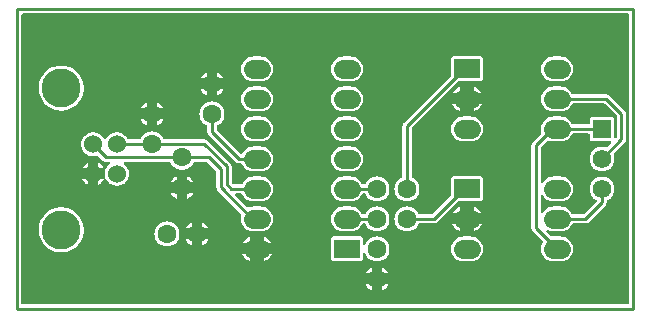
<source format=gbr>
G04 Layer: TopLayer*
G04 EasyEDA v6.4.31, 2022-01-30 11:41:32*
G04 57c3575010554ef89b770c7f971d9fae,8da0b385d4f3487c845ab04df2d2fc66,10*
G04 Gerber Generator version 0.2*
G04 Scale: 100 percent, Rotated: No, Reflected: No *
G04 Dimensions in millimeters *
G04 leading zeros omitted , absolute positions ,4 integer and 5 decimal *
%FSLAX45Y45*%
%MOMM*%

%ADD10C,0.2540*%
%ADD11C,1.6000*%
%ADD12C,1.5748*%
%ADD13R,1.5748X1.5748*%
%ADD14R,2.2000X1.6000*%
%ADD15C,1.5240*%
%ADD16C,3.3000*%

%LPD*%
G36*
X48260Y38100D02*
G01*
X44348Y38862D01*
X41097Y41097D01*
X38862Y44348D01*
X38100Y48260D01*
X38100Y2491740D01*
X38862Y2495651D01*
X41097Y2498902D01*
X44348Y2501138D01*
X48260Y2501900D01*
X5171440Y2501900D01*
X5175351Y2501138D01*
X5178602Y2498902D01*
X5180838Y2495651D01*
X5181600Y2491740D01*
X5181600Y48260D01*
X5180838Y44348D01*
X5178602Y41097D01*
X5175351Y38862D01*
X5171440Y38100D01*
G37*

%LPC*%
G36*
X3094329Y159054D02*
G01*
X3100933Y162306D01*
X3112465Y169976D01*
X3122879Y179120D01*
X3132023Y189534D01*
X3139694Y201066D01*
X3142945Y207670D01*
X3094329Y207670D01*
G37*
G36*
X3001670Y159054D02*
G01*
X3001670Y207670D01*
X2953054Y207670D01*
X2956306Y201066D01*
X2963976Y189534D01*
X2973120Y179120D01*
X2983534Y169976D01*
X2995066Y162306D01*
G37*
G36*
X2953054Y300329D02*
G01*
X3001670Y300329D01*
X3001670Y348945D01*
X2995066Y345694D01*
X2983534Y338023D01*
X2973120Y328879D01*
X2963976Y318465D01*
X2956306Y306933D01*
G37*
G36*
X3094329Y300329D02*
G01*
X3142945Y300329D01*
X3139694Y306933D01*
X3132023Y318465D01*
X3122879Y328879D01*
X3112465Y338023D01*
X3100933Y345694D01*
X3094329Y348945D01*
G37*
G36*
X3780332Y402082D02*
G01*
X3839667Y402082D01*
X3853840Y402996D01*
X3867404Y405739D01*
X3880510Y410159D01*
X3892956Y416306D01*
X3904437Y423976D01*
X3914851Y433120D01*
X3923995Y443534D01*
X3931716Y455066D01*
X3937812Y467461D01*
X3942283Y480618D01*
X3944975Y494182D01*
X3945890Y508000D01*
X3944975Y521817D01*
X3942283Y535381D01*
X3937812Y548538D01*
X3931716Y560933D01*
X3923995Y572465D01*
X3914851Y582879D01*
X3904437Y592023D01*
X3892956Y599694D01*
X3880510Y605840D01*
X3867404Y610260D01*
X3853840Y613003D01*
X3839667Y613918D01*
X3780332Y613918D01*
X3766159Y613003D01*
X3752596Y610260D01*
X3739489Y605840D01*
X3727043Y599694D01*
X3715562Y592023D01*
X3705148Y582879D01*
X3696004Y572465D01*
X3688283Y560933D01*
X3682187Y548538D01*
X3677716Y535381D01*
X3675024Y521817D01*
X3674110Y508000D01*
X3675024Y494182D01*
X3677716Y480618D01*
X3682187Y467461D01*
X3688283Y455066D01*
X3696004Y443534D01*
X3705148Y433120D01*
X3715562Y423976D01*
X3727043Y416306D01*
X3739489Y410159D01*
X3752596Y405739D01*
X3766159Y402996D01*
G37*
G36*
X2684576Y402082D02*
G01*
X2903423Y402082D01*
X2909773Y402793D01*
X2915208Y404723D01*
X2920136Y407771D01*
X2924200Y411886D01*
X2927299Y416763D01*
X2929178Y422249D01*
X2929890Y428548D01*
X2929890Y465632D01*
X2930702Y469595D01*
X2933039Y472948D01*
X2936443Y475132D01*
X2940456Y475792D01*
X2944368Y474827D01*
X2947619Y472389D01*
X2956306Y455066D01*
X2963976Y443534D01*
X2973120Y433120D01*
X2983534Y423976D01*
X2995066Y416306D01*
X3007461Y410159D01*
X3020618Y405739D01*
X3034182Y402996D01*
X3048000Y402132D01*
X3061817Y402996D01*
X3075381Y405739D01*
X3088538Y410159D01*
X3100933Y416306D01*
X3112465Y423976D01*
X3122879Y433120D01*
X3132023Y443534D01*
X3139694Y455066D01*
X3145840Y467461D01*
X3150260Y480618D01*
X3153003Y494182D01*
X3153867Y508000D01*
X3153003Y521817D01*
X3150260Y535381D01*
X3145840Y548538D01*
X3139694Y560933D01*
X3132023Y572465D01*
X3122879Y582879D01*
X3112465Y592023D01*
X3100933Y599694D01*
X3088538Y605840D01*
X3075381Y610260D01*
X3061817Y613003D01*
X3048000Y613867D01*
X3034182Y613003D01*
X3020618Y610260D01*
X3007461Y605840D01*
X2995066Y599694D01*
X2983534Y592023D01*
X2973120Y582879D01*
X2963976Y572465D01*
X2956306Y560933D01*
X2947619Y543610D01*
X2944368Y541172D01*
X2940456Y540207D01*
X2936443Y540867D01*
X2933039Y543052D01*
X2930702Y546404D01*
X2929890Y550367D01*
X2929890Y587451D01*
X2929178Y593750D01*
X2927299Y599236D01*
X2924200Y604113D01*
X2920136Y608228D01*
X2915208Y611276D01*
X2909773Y613206D01*
X2903423Y613918D01*
X2684576Y613918D01*
X2678226Y613206D01*
X2672791Y611276D01*
X2667863Y608228D01*
X2663799Y604113D01*
X2660700Y599236D01*
X2658821Y593750D01*
X2658110Y587451D01*
X2658110Y428548D01*
X2658821Y422249D01*
X2660700Y416763D01*
X2663799Y411886D01*
X2667863Y407771D01*
X2672791Y404723D01*
X2678226Y402793D01*
G37*
G36*
X4542332Y402082D02*
G01*
X4601667Y402082D01*
X4615840Y402996D01*
X4629404Y405739D01*
X4642510Y410159D01*
X4654956Y416306D01*
X4666437Y423976D01*
X4676851Y433120D01*
X4685995Y443534D01*
X4693716Y455066D01*
X4699812Y467461D01*
X4704283Y480618D01*
X4706975Y494182D01*
X4707890Y508000D01*
X4706975Y521817D01*
X4704283Y535381D01*
X4699812Y548538D01*
X4693716Y560933D01*
X4685995Y572465D01*
X4676851Y582879D01*
X4666437Y592023D01*
X4654956Y599694D01*
X4642510Y605840D01*
X4629404Y610260D01*
X4615840Y613003D01*
X4601667Y613918D01*
X4542332Y613918D01*
X4524705Y612851D01*
X4521555Y613816D01*
X4518863Y615746D01*
X4483709Y650849D01*
X4481474Y654253D01*
X4480763Y658266D01*
X4481626Y662228D01*
X4484014Y665480D01*
X4487468Y667613D01*
X4491482Y668223D01*
X4495393Y667156D01*
X4501489Y664159D01*
X4514596Y659739D01*
X4528159Y656996D01*
X4542332Y656082D01*
X4601667Y656082D01*
X4615840Y656996D01*
X4629404Y659739D01*
X4642510Y664159D01*
X4654956Y670306D01*
X4666437Y677976D01*
X4676851Y687120D01*
X4685995Y697534D01*
X4693716Y709066D01*
X4697984Y717702D01*
X4700219Y720699D01*
X4703419Y722680D01*
X4707077Y723392D01*
X4812792Y723392D01*
X4820818Y724204D01*
X4828032Y726389D01*
X4834737Y729945D01*
X4840935Y735076D01*
X4979924Y874064D01*
X4985054Y880262D01*
X4988610Y886968D01*
X4990795Y894181D01*
X4991608Y902208D01*
X4991608Y912317D01*
X4992319Y915974D01*
X4994300Y919175D01*
X4997297Y921410D01*
X5005324Y925372D01*
X5016703Y932992D01*
X5026964Y942035D01*
X5036007Y952296D01*
X5043627Y963676D01*
X5049672Y975969D01*
X5054041Y988923D01*
X5056733Y1002334D01*
X5057648Y1016000D01*
X5056733Y1029665D01*
X5054041Y1043076D01*
X5049672Y1056030D01*
X5043627Y1068324D01*
X5036007Y1079703D01*
X5026964Y1089964D01*
X5016703Y1099007D01*
X5005324Y1106627D01*
X4993030Y1112672D01*
X4980076Y1117041D01*
X4966665Y1119733D01*
X4953000Y1120648D01*
X4939334Y1119733D01*
X4925923Y1117041D01*
X4912969Y1112672D01*
X4900676Y1106627D01*
X4889296Y1099007D01*
X4879035Y1089964D01*
X4869992Y1079703D01*
X4862372Y1068324D01*
X4856327Y1056030D01*
X4851958Y1043076D01*
X4849266Y1029665D01*
X4848352Y1016000D01*
X4849266Y1002334D01*
X4851958Y988923D01*
X4856327Y975969D01*
X4862372Y963676D01*
X4869992Y952296D01*
X4879035Y942035D01*
X4889296Y932992D01*
X4900676Y925372D01*
X4902301Y924610D01*
X4905349Y922274D01*
X4907330Y918971D01*
X4907991Y915212D01*
X4907127Y911453D01*
X4904994Y908303D01*
X4800295Y803605D01*
X4796993Y801370D01*
X4793081Y800608D01*
X4707077Y800608D01*
X4703419Y801319D01*
X4700219Y803300D01*
X4697984Y806297D01*
X4693716Y814933D01*
X4685995Y826465D01*
X4676851Y836879D01*
X4666437Y846023D01*
X4654956Y853694D01*
X4642510Y859840D01*
X4629404Y864260D01*
X4615840Y867003D01*
X4601667Y867918D01*
X4542332Y867918D01*
X4528159Y867003D01*
X4514596Y864260D01*
X4501489Y859840D01*
X4489043Y853694D01*
X4477562Y846023D01*
X4467148Y836879D01*
X4458004Y826465D01*
X4451400Y816610D01*
X4448352Y813612D01*
X4444288Y812190D01*
X4440021Y812546D01*
X4436262Y814628D01*
X4433722Y818083D01*
X4432808Y822248D01*
X4432808Y955751D01*
X4433722Y959916D01*
X4436262Y963371D01*
X4440021Y965453D01*
X4444288Y965809D01*
X4448352Y964387D01*
X4451400Y961390D01*
X4458004Y951534D01*
X4467148Y941120D01*
X4477562Y931976D01*
X4489043Y924306D01*
X4501489Y918159D01*
X4514596Y913739D01*
X4528159Y910996D01*
X4542332Y910082D01*
X4601667Y910082D01*
X4615840Y910996D01*
X4629404Y913739D01*
X4642510Y918159D01*
X4654956Y924306D01*
X4666437Y931976D01*
X4676851Y941120D01*
X4685995Y951534D01*
X4693716Y963066D01*
X4699812Y975461D01*
X4704283Y988618D01*
X4706975Y1002182D01*
X4707890Y1016000D01*
X4706975Y1029817D01*
X4704283Y1043381D01*
X4699812Y1056538D01*
X4693716Y1068933D01*
X4685995Y1080465D01*
X4676851Y1090879D01*
X4666437Y1100023D01*
X4654956Y1107694D01*
X4642510Y1113840D01*
X4629404Y1118260D01*
X4615840Y1121003D01*
X4601667Y1121918D01*
X4542332Y1121918D01*
X4528159Y1121003D01*
X4514596Y1118260D01*
X4501489Y1113840D01*
X4489043Y1107694D01*
X4477562Y1100023D01*
X4467148Y1090879D01*
X4458004Y1080465D01*
X4451400Y1070610D01*
X4448352Y1067612D01*
X4444288Y1066190D01*
X4440021Y1066546D01*
X4436262Y1068628D01*
X4433722Y1072083D01*
X4432808Y1076248D01*
X4432808Y1364081D01*
X4433570Y1367993D01*
X4435805Y1371295D01*
X4489094Y1424584D01*
X4492599Y1426870D01*
X4496714Y1427581D01*
X4501489Y1426159D01*
X4514596Y1421739D01*
X4528159Y1418996D01*
X4542332Y1418082D01*
X4601667Y1418082D01*
X4615840Y1418996D01*
X4629404Y1421739D01*
X4642510Y1426159D01*
X4654956Y1432306D01*
X4666437Y1439976D01*
X4676851Y1449120D01*
X4685995Y1459534D01*
X4693716Y1471066D01*
X4697984Y1479702D01*
X4700219Y1482699D01*
X4703419Y1484680D01*
X4707077Y1485392D01*
X4838192Y1485392D01*
X4842103Y1484630D01*
X4845354Y1482394D01*
X4847590Y1479143D01*
X4848352Y1475232D01*
X4848352Y1445818D01*
X4849063Y1439519D01*
X4850993Y1434033D01*
X4854041Y1429156D01*
X4858156Y1425041D01*
X4863033Y1421993D01*
X4868519Y1420063D01*
X4874818Y1419352D01*
X5023205Y1419352D01*
X5027117Y1418590D01*
X5030419Y1416354D01*
X5032603Y1413103D01*
X5033365Y1409192D01*
X5032603Y1405280D01*
X5030419Y1402029D01*
X4999024Y1370634D01*
X4995926Y1368501D01*
X4992268Y1367637D01*
X4988560Y1368196D01*
X4980076Y1371041D01*
X4966665Y1373733D01*
X4953000Y1374648D01*
X4939334Y1373733D01*
X4925923Y1371041D01*
X4912969Y1366672D01*
X4900676Y1360627D01*
X4889296Y1353007D01*
X4879035Y1343964D01*
X4869992Y1333703D01*
X4862372Y1322324D01*
X4856327Y1310030D01*
X4851958Y1297076D01*
X4849266Y1283665D01*
X4848352Y1270000D01*
X4849266Y1256334D01*
X4851958Y1242923D01*
X4856327Y1229969D01*
X4862372Y1217676D01*
X4869992Y1206296D01*
X4879035Y1196035D01*
X4889296Y1186992D01*
X4900676Y1179372D01*
X4912969Y1173327D01*
X4925923Y1168958D01*
X4939334Y1166266D01*
X4953000Y1165352D01*
X4966665Y1166266D01*
X4980076Y1168958D01*
X4993030Y1173327D01*
X5005324Y1179372D01*
X5016703Y1186992D01*
X5026964Y1196035D01*
X5036007Y1206296D01*
X5043627Y1217676D01*
X5049672Y1229969D01*
X5054041Y1242923D01*
X5056733Y1256334D01*
X5057648Y1270000D01*
X5056733Y1283665D01*
X5054041Y1297076D01*
X5051196Y1305560D01*
X5050637Y1309268D01*
X5051501Y1312926D01*
X5053634Y1316024D01*
X5145024Y1407464D01*
X5150154Y1413662D01*
X5153710Y1420368D01*
X5155895Y1427581D01*
X5156708Y1435608D01*
X5156708Y1650492D01*
X5155895Y1658518D01*
X5153710Y1665732D01*
X5150154Y1672437D01*
X5145024Y1678635D01*
X5018735Y1804924D01*
X5012537Y1810054D01*
X5005832Y1813610D01*
X4998618Y1815795D01*
X4990592Y1816607D01*
X4707077Y1816607D01*
X4703419Y1817319D01*
X4700219Y1819300D01*
X4697984Y1822297D01*
X4693716Y1830933D01*
X4685995Y1842465D01*
X4676851Y1852879D01*
X4666437Y1862023D01*
X4654956Y1869693D01*
X4642510Y1875840D01*
X4629404Y1880260D01*
X4615840Y1883003D01*
X4601667Y1883918D01*
X4542332Y1883918D01*
X4528159Y1883003D01*
X4514596Y1880260D01*
X4501489Y1875840D01*
X4489043Y1869693D01*
X4477562Y1862023D01*
X4467148Y1852879D01*
X4458004Y1842465D01*
X4450283Y1830933D01*
X4444187Y1818538D01*
X4439716Y1805381D01*
X4437024Y1791817D01*
X4436110Y1778000D01*
X4437024Y1764182D01*
X4439716Y1750618D01*
X4444187Y1737461D01*
X4450283Y1725066D01*
X4458004Y1713534D01*
X4467148Y1703120D01*
X4477562Y1693976D01*
X4489043Y1686306D01*
X4501489Y1680159D01*
X4514596Y1675739D01*
X4528159Y1672996D01*
X4542332Y1672082D01*
X4601667Y1672082D01*
X4615840Y1672996D01*
X4629404Y1675739D01*
X4642510Y1680159D01*
X4654956Y1686306D01*
X4666437Y1693976D01*
X4676851Y1703120D01*
X4685995Y1713534D01*
X4693716Y1725066D01*
X4697984Y1733702D01*
X4700219Y1736699D01*
X4703419Y1738680D01*
X4707077Y1739392D01*
X4970881Y1739392D01*
X4974793Y1738630D01*
X4978095Y1736394D01*
X5076494Y1637995D01*
X5078730Y1634693D01*
X5079492Y1630781D01*
X5079492Y1455318D01*
X5078730Y1451406D01*
X5076494Y1448104D01*
X5074970Y1446580D01*
X5071719Y1444396D01*
X5067808Y1443634D01*
X5063896Y1444396D01*
X5060645Y1446580D01*
X5058410Y1449882D01*
X5057648Y1453794D01*
X5057648Y1602181D01*
X5056936Y1608480D01*
X5055006Y1613966D01*
X5051958Y1618843D01*
X5047843Y1622958D01*
X5042966Y1626006D01*
X5037480Y1627936D01*
X5031181Y1628648D01*
X4874818Y1628648D01*
X4868519Y1627936D01*
X4863033Y1626006D01*
X4858156Y1622958D01*
X4854041Y1618843D01*
X4850993Y1613966D01*
X4849063Y1608480D01*
X4848352Y1602181D01*
X4848352Y1572768D01*
X4847590Y1568856D01*
X4845354Y1565605D01*
X4842103Y1563370D01*
X4838192Y1562608D01*
X4707077Y1562608D01*
X4703419Y1563319D01*
X4700219Y1565300D01*
X4697984Y1568297D01*
X4693716Y1576933D01*
X4685995Y1588465D01*
X4676851Y1598879D01*
X4666437Y1608023D01*
X4654956Y1615694D01*
X4642510Y1621840D01*
X4629404Y1626260D01*
X4615840Y1629003D01*
X4601667Y1629918D01*
X4542332Y1629918D01*
X4528159Y1629003D01*
X4514596Y1626260D01*
X4501489Y1621840D01*
X4489043Y1615694D01*
X4477562Y1608023D01*
X4467148Y1598879D01*
X4458004Y1588465D01*
X4450283Y1576933D01*
X4444187Y1564538D01*
X4439716Y1551381D01*
X4437024Y1537817D01*
X4436110Y1524000D01*
X4437024Y1510182D01*
X4439716Y1496618D01*
X4440783Y1493469D01*
X4441291Y1489760D01*
X4440478Y1486154D01*
X4438345Y1483055D01*
X4367276Y1411935D01*
X4362145Y1405737D01*
X4358589Y1399032D01*
X4356404Y1391818D01*
X4355592Y1383792D01*
X4355592Y686308D01*
X4356404Y678281D01*
X4358589Y671068D01*
X4362145Y664362D01*
X4367276Y658164D01*
X4450080Y575310D01*
X4452061Y572465D01*
X4453026Y569112D01*
X4452721Y565658D01*
X4444187Y548538D01*
X4439716Y535381D01*
X4437024Y521817D01*
X4436110Y508000D01*
X4437024Y494182D01*
X4439716Y480618D01*
X4444187Y467461D01*
X4450283Y455066D01*
X4458004Y443534D01*
X4467148Y433120D01*
X4477562Y423976D01*
X4489043Y416306D01*
X4501489Y410159D01*
X4514596Y405739D01*
X4528159Y402996D01*
G37*
G36*
X1970633Y407060D02*
G01*
X1970633Y461670D01*
X1907032Y461670D01*
X1910283Y455066D01*
X1918004Y443534D01*
X1927148Y433120D01*
X1937562Y423976D01*
X1949043Y416306D01*
X1961489Y410159D01*
G37*
G36*
X2093366Y407060D02*
G01*
X2102510Y410159D01*
X2114956Y416306D01*
X2126437Y423976D01*
X2136851Y433120D01*
X2145995Y443534D01*
X2153716Y455066D01*
X2156968Y461670D01*
X2093366Y461670D01*
G37*
G36*
X364591Y479348D02*
G01*
X383590Y479348D01*
X402539Y481228D01*
X421182Y485038D01*
X439369Y490626D01*
X456946Y498043D01*
X473659Y507136D01*
X489356Y517855D01*
X503935Y530098D01*
X517245Y543712D01*
X529082Y558596D01*
X539394Y574548D01*
X548081Y591515D01*
X555040Y609193D01*
X560222Y627532D01*
X563524Y646277D01*
X564946Y665226D01*
X564438Y684276D01*
X562102Y703173D01*
X557834Y721715D01*
X551789Y739749D01*
X543966Y757072D01*
X534466Y773582D01*
X523341Y789025D01*
X510743Y803300D01*
X496824Y816254D01*
X481634Y827735D01*
X465378Y837641D01*
X448259Y845921D01*
X430377Y852424D01*
X411937Y857097D01*
X393090Y859942D01*
X374091Y860907D01*
X355092Y859942D01*
X336296Y857097D01*
X317804Y852424D01*
X299923Y845921D01*
X282803Y837641D01*
X266547Y827735D01*
X251409Y816254D01*
X237439Y803300D01*
X224840Y789025D01*
X213715Y773582D01*
X204216Y757072D01*
X196392Y739749D01*
X190347Y721715D01*
X186080Y703173D01*
X183743Y684276D01*
X183235Y665226D01*
X184658Y646277D01*
X188010Y627532D01*
X193141Y609193D01*
X200101Y591515D01*
X208788Y574548D01*
X219100Y558596D01*
X230987Y543712D01*
X244246Y530098D01*
X258825Y517855D01*
X274574Y507136D01*
X291287Y498043D01*
X308813Y490626D01*
X326999Y485038D01*
X345643Y481228D01*
G37*
G36*
X1270000Y529132D02*
G01*
X1283817Y529996D01*
X1297381Y532739D01*
X1310538Y537159D01*
X1322933Y543306D01*
X1334465Y550976D01*
X1344879Y560120D01*
X1354023Y570534D01*
X1361694Y582066D01*
X1367840Y594461D01*
X1372260Y607618D01*
X1375003Y621182D01*
X1375867Y635000D01*
X1375003Y648817D01*
X1372260Y662381D01*
X1367840Y675538D01*
X1361694Y687933D01*
X1354023Y699465D01*
X1344879Y709879D01*
X1334465Y719023D01*
X1322933Y726694D01*
X1310538Y732840D01*
X1297381Y737260D01*
X1283817Y740003D01*
X1270000Y740867D01*
X1256182Y740003D01*
X1242618Y737260D01*
X1229461Y732840D01*
X1217066Y726694D01*
X1205534Y719023D01*
X1195120Y709879D01*
X1185976Y699465D01*
X1178306Y687933D01*
X1172159Y675538D01*
X1167739Y662381D01*
X1164996Y648817D01*
X1164132Y635000D01*
X1164996Y621182D01*
X1167739Y607618D01*
X1172159Y594461D01*
X1178306Y582066D01*
X1185976Y570534D01*
X1195120Y560120D01*
X1205534Y550976D01*
X1217066Y543306D01*
X1229461Y537159D01*
X1242618Y532739D01*
X1256182Y529996D01*
G37*
G36*
X1477670Y540054D02*
G01*
X1477670Y588670D01*
X1429054Y588670D01*
X1432306Y582066D01*
X1439976Y570534D01*
X1449120Y560120D01*
X1459534Y550976D01*
X1471066Y543306D01*
G37*
G36*
X1570329Y540054D02*
G01*
X1576933Y543306D01*
X1588465Y550976D01*
X1598879Y560120D01*
X1608023Y570534D01*
X1615694Y582066D01*
X1618945Y588670D01*
X1570329Y588670D01*
G37*
G36*
X1907032Y554329D02*
G01*
X1970633Y554329D01*
X1970633Y608939D01*
X1961489Y605840D01*
X1949043Y599694D01*
X1937562Y592023D01*
X1927148Y582879D01*
X1918004Y572465D01*
X1910283Y560933D01*
G37*
G36*
X2093366Y554329D02*
G01*
X2156968Y554329D01*
X2153716Y560933D01*
X2145995Y572465D01*
X2136851Y582879D01*
X2126437Y592023D01*
X2114956Y599694D01*
X2102510Y605840D01*
X2093366Y608939D01*
G37*
G36*
X2764332Y656082D02*
G01*
X2823667Y656082D01*
X2837840Y656996D01*
X2851404Y659739D01*
X2864510Y664159D01*
X2876956Y670306D01*
X2888437Y677976D01*
X2898851Y687120D01*
X2907995Y697534D01*
X2915716Y709066D01*
X2919984Y717702D01*
X2922219Y720699D01*
X2925419Y722680D01*
X2929077Y723392D01*
X2942894Y723392D01*
X2946603Y722680D01*
X2949752Y720699D01*
X2952038Y717702D01*
X2956306Y709066D01*
X2963976Y697534D01*
X2973120Y687120D01*
X2983534Y677976D01*
X2995066Y670306D01*
X3007461Y664159D01*
X3020618Y659739D01*
X3034182Y656996D01*
X3048000Y656132D01*
X3061817Y656996D01*
X3075381Y659739D01*
X3088538Y664159D01*
X3100933Y670306D01*
X3112465Y677976D01*
X3122879Y687120D01*
X3132023Y697534D01*
X3139694Y709066D01*
X3145840Y721461D01*
X3150260Y734618D01*
X3153003Y748182D01*
X3153867Y762000D01*
X3153003Y775817D01*
X3150260Y789381D01*
X3145840Y802538D01*
X3139694Y814933D01*
X3132023Y826465D01*
X3122879Y836879D01*
X3112465Y846023D01*
X3100933Y853694D01*
X3088538Y859840D01*
X3075381Y864260D01*
X3061817Y867003D01*
X3048000Y867867D01*
X3034182Y867003D01*
X3020618Y864260D01*
X3007461Y859840D01*
X2995066Y853694D01*
X2983534Y846023D01*
X2973120Y836879D01*
X2963976Y826465D01*
X2956306Y814933D01*
X2952038Y806297D01*
X2949752Y803300D01*
X2946603Y801319D01*
X2942894Y800608D01*
X2929077Y800608D01*
X2925419Y801319D01*
X2922219Y803300D01*
X2919984Y806297D01*
X2915716Y814933D01*
X2907995Y826465D01*
X2898851Y836879D01*
X2888437Y846023D01*
X2876956Y853694D01*
X2864510Y859840D01*
X2851404Y864260D01*
X2837840Y867003D01*
X2823667Y867918D01*
X2764332Y867918D01*
X2750159Y867003D01*
X2736596Y864260D01*
X2723489Y859840D01*
X2711043Y853694D01*
X2699562Y846023D01*
X2689148Y836879D01*
X2680004Y826465D01*
X2672283Y814933D01*
X2666187Y802538D01*
X2661716Y789381D01*
X2659024Y775817D01*
X2658110Y762000D01*
X2659024Y748182D01*
X2661716Y734618D01*
X2666187Y721461D01*
X2672283Y709066D01*
X2680004Y697534D01*
X2689148Y687120D01*
X2699562Y677976D01*
X2711043Y670306D01*
X2723489Y664159D01*
X2736596Y659739D01*
X2750159Y656996D01*
G37*
G36*
X2002332Y656082D02*
G01*
X2061667Y656082D01*
X2075840Y656996D01*
X2089404Y659739D01*
X2102510Y664159D01*
X2114956Y670306D01*
X2126437Y677976D01*
X2136851Y687120D01*
X2145995Y697534D01*
X2153716Y709066D01*
X2159812Y721461D01*
X2164283Y734618D01*
X2166975Y748182D01*
X2167890Y762000D01*
X2166975Y775817D01*
X2164283Y789381D01*
X2159812Y802538D01*
X2153716Y814933D01*
X2145995Y826465D01*
X2136851Y836879D01*
X2126437Y846023D01*
X2114956Y853694D01*
X2102510Y859840D01*
X2089404Y864260D01*
X2075840Y867003D01*
X2061667Y867918D01*
X2002332Y867918D01*
X1988159Y867003D01*
X1974596Y864260D01*
X1961489Y859840D01*
X1956714Y858418D01*
X1952599Y859129D01*
X1949094Y861415D01*
X1850440Y960069D01*
X1848256Y963320D01*
X1847494Y967232D01*
X1848256Y971143D01*
X1850440Y974394D01*
X1853742Y976630D01*
X1857654Y977392D01*
X1896922Y977392D01*
X1900580Y976680D01*
X1903780Y974699D01*
X1906016Y971702D01*
X1910283Y963066D01*
X1918004Y951534D01*
X1927148Y941120D01*
X1937562Y931976D01*
X1949043Y924306D01*
X1961489Y918159D01*
X1974596Y913739D01*
X1988159Y910996D01*
X2002332Y910082D01*
X2061667Y910082D01*
X2075840Y910996D01*
X2089404Y913739D01*
X2102510Y918159D01*
X2114956Y924306D01*
X2126437Y931976D01*
X2136851Y941120D01*
X2145995Y951534D01*
X2153716Y963066D01*
X2159812Y975461D01*
X2164283Y988618D01*
X2166975Y1002182D01*
X2167890Y1016000D01*
X2166975Y1029817D01*
X2164283Y1043381D01*
X2159812Y1056538D01*
X2153716Y1068933D01*
X2145995Y1080465D01*
X2136851Y1090879D01*
X2126437Y1100023D01*
X2114956Y1107694D01*
X2102510Y1113840D01*
X2089404Y1118260D01*
X2075840Y1121003D01*
X2061667Y1121918D01*
X2002332Y1121918D01*
X1988159Y1121003D01*
X1974596Y1118260D01*
X1961489Y1113840D01*
X1949043Y1107694D01*
X1937562Y1100023D01*
X1927148Y1090879D01*
X1918004Y1080465D01*
X1910283Y1068933D01*
X1906016Y1060297D01*
X1903780Y1057300D01*
X1900580Y1055319D01*
X1896922Y1054608D01*
X1836318Y1054608D01*
X1832406Y1055370D01*
X1829104Y1057605D01*
X1819605Y1067104D01*
X1817370Y1070406D01*
X1816607Y1074318D01*
X1816607Y1205992D01*
X1815795Y1214018D01*
X1813610Y1221232D01*
X1810054Y1227937D01*
X1804924Y1234135D01*
X1615135Y1423924D01*
X1608937Y1429054D01*
X1602232Y1432610D01*
X1595018Y1434795D01*
X1586992Y1435608D01*
X1248105Y1435608D01*
X1244396Y1436319D01*
X1241247Y1438300D01*
X1238961Y1441297D01*
X1234694Y1449933D01*
X1227023Y1461465D01*
X1217879Y1471879D01*
X1207465Y1481023D01*
X1195933Y1488694D01*
X1183538Y1494840D01*
X1170381Y1499260D01*
X1156817Y1502003D01*
X1143000Y1502867D01*
X1129182Y1502003D01*
X1115618Y1499260D01*
X1102461Y1494840D01*
X1090066Y1488694D01*
X1078534Y1481023D01*
X1068120Y1471879D01*
X1058976Y1461465D01*
X1051306Y1449933D01*
X1047038Y1441297D01*
X1044752Y1438300D01*
X1041603Y1436319D01*
X1037894Y1435608D01*
X945032Y1435608D01*
X941273Y1436319D01*
X938072Y1438402D01*
X935837Y1441500D01*
X934618Y1444091D01*
X927303Y1455572D01*
X918464Y1465986D01*
X908354Y1475130D01*
X897128Y1482852D01*
X884936Y1488998D01*
X872083Y1493469D01*
X858723Y1496161D01*
X845108Y1497076D01*
X831494Y1496161D01*
X818134Y1493469D01*
X805230Y1488998D01*
X793089Y1482852D01*
X781812Y1475130D01*
X771702Y1465986D01*
X762914Y1455572D01*
X755548Y1444091D01*
X754329Y1441348D01*
X752094Y1438249D01*
X748842Y1436166D01*
X745083Y1435455D01*
X741324Y1436166D01*
X738124Y1438249D01*
X735888Y1441348D01*
X734618Y1444091D01*
X727303Y1455572D01*
X718464Y1465986D01*
X708355Y1475130D01*
X697128Y1482852D01*
X684936Y1488998D01*
X672084Y1493469D01*
X658723Y1496161D01*
X645109Y1497076D01*
X631494Y1496161D01*
X618134Y1493469D01*
X605231Y1488998D01*
X593090Y1482852D01*
X581812Y1475130D01*
X571703Y1465986D01*
X562914Y1455572D01*
X555548Y1444091D01*
X549808Y1431696D01*
X545795Y1418691D01*
X543509Y1405229D01*
X543052Y1391615D01*
X544423Y1378000D01*
X547573Y1364742D01*
X552500Y1352042D01*
X559054Y1340053D01*
X567131Y1329080D01*
X576630Y1319276D01*
X587298Y1310843D01*
X599033Y1303883D01*
X611632Y1298549D01*
X624738Y1294942D01*
X638302Y1293164D01*
X651916Y1293164D01*
X665429Y1294942D01*
X679399Y1298854D01*
X682955Y1299159D01*
X686409Y1298244D01*
X689305Y1296212D01*
X729792Y1255776D01*
X735990Y1250645D01*
X742696Y1247089D01*
X749909Y1244904D01*
X757936Y1244092D01*
X776732Y1244092D01*
X780897Y1243177D01*
X784301Y1240637D01*
X786434Y1236929D01*
X786790Y1232712D01*
X785368Y1228648D01*
X781812Y1225143D01*
X771702Y1215999D01*
X762914Y1205585D01*
X755548Y1194054D01*
X754329Y1191361D01*
X752094Y1188262D01*
X748842Y1186180D01*
X746150Y1185672D01*
X747623Y1183690D01*
X748588Y1180033D01*
X748131Y1176274D01*
X745794Y1168654D01*
X743508Y1155242D01*
X743051Y1141577D01*
X744423Y1128014D01*
X747725Y1114348D01*
X748436Y1110488D01*
X747572Y1106678D01*
X745947Y1104341D01*
X747268Y1104341D01*
X751179Y1102512D01*
X754024Y1099261D01*
X759053Y1090066D01*
X767130Y1079093D01*
X776630Y1069289D01*
X787298Y1060856D01*
X799033Y1053896D01*
X811631Y1048562D01*
X824737Y1044956D01*
X838301Y1043127D01*
X851916Y1043127D01*
X865428Y1044956D01*
X878586Y1048562D01*
X891133Y1053896D01*
X902868Y1060856D01*
X913587Y1069289D01*
X923036Y1079093D01*
X931164Y1090066D01*
X937717Y1102055D01*
X942594Y1114755D01*
X945743Y1128014D01*
X947115Y1141577D01*
X946658Y1155242D01*
X944422Y1168654D01*
X940358Y1181709D01*
X934618Y1194054D01*
X927303Y1205585D01*
X918464Y1215999D01*
X908354Y1225143D01*
X904798Y1228648D01*
X903376Y1232712D01*
X903782Y1236929D01*
X905865Y1240637D01*
X909319Y1243177D01*
X913485Y1244092D01*
X1291894Y1244092D01*
X1295603Y1243380D01*
X1298752Y1241399D01*
X1301038Y1238402D01*
X1305306Y1229766D01*
X1312976Y1218234D01*
X1322120Y1207820D01*
X1332534Y1198676D01*
X1344066Y1191006D01*
X1356461Y1184859D01*
X1369618Y1180439D01*
X1383182Y1177696D01*
X1397000Y1176832D01*
X1410817Y1177696D01*
X1424381Y1180439D01*
X1437538Y1184859D01*
X1449933Y1191006D01*
X1461465Y1198676D01*
X1471879Y1207820D01*
X1481023Y1218234D01*
X1488694Y1229766D01*
X1492961Y1238402D01*
X1495247Y1241399D01*
X1498396Y1243380D01*
X1502105Y1244092D01*
X1605381Y1244092D01*
X1609293Y1243330D01*
X1612595Y1241094D01*
X1685594Y1168095D01*
X1687830Y1164793D01*
X1688592Y1160881D01*
X1688592Y1029208D01*
X1689404Y1021181D01*
X1691589Y1013968D01*
X1695145Y1007262D01*
X1700275Y1001064D01*
X1898345Y802944D01*
X1900478Y799846D01*
X1901291Y796239D01*
X1900783Y792530D01*
X1899716Y789381D01*
X1897024Y775817D01*
X1896110Y762000D01*
X1897024Y748182D01*
X1899716Y734618D01*
X1904187Y721461D01*
X1910283Y709066D01*
X1918004Y697534D01*
X1927148Y687120D01*
X1937562Y677976D01*
X1949043Y670306D01*
X1961489Y664159D01*
X1974596Y659739D01*
X1988159Y656996D01*
G37*
G36*
X3302000Y656132D02*
G01*
X3315817Y656996D01*
X3329381Y659739D01*
X3342538Y664159D01*
X3354933Y670306D01*
X3366465Y677976D01*
X3376879Y687120D01*
X3386023Y697534D01*
X3393694Y709066D01*
X3397961Y717702D01*
X3400247Y720699D01*
X3403396Y722680D01*
X3407105Y723392D01*
X3530092Y723392D01*
X3538118Y724204D01*
X3545332Y726389D01*
X3552037Y729945D01*
X3558235Y735076D01*
X3730294Y907135D01*
X3733596Y909319D01*
X3737508Y910082D01*
X3919423Y910082D01*
X3925773Y910793D01*
X3931208Y912723D01*
X3936136Y915771D01*
X3940200Y919886D01*
X3943299Y924763D01*
X3945178Y930249D01*
X3945890Y936548D01*
X3945890Y1095451D01*
X3945178Y1101750D01*
X3943299Y1107236D01*
X3940200Y1112113D01*
X3936136Y1116228D01*
X3931208Y1119276D01*
X3925773Y1121206D01*
X3919423Y1121918D01*
X3700576Y1121918D01*
X3694226Y1121206D01*
X3688791Y1119276D01*
X3683863Y1116228D01*
X3679799Y1112113D01*
X3676700Y1107236D01*
X3674821Y1101750D01*
X3674110Y1095451D01*
X3674110Y964285D01*
X3673297Y960424D01*
X3671112Y957122D01*
X3517595Y803605D01*
X3514293Y801370D01*
X3510381Y800608D01*
X3407105Y800608D01*
X3403396Y801319D01*
X3400247Y803300D01*
X3397961Y806297D01*
X3393694Y814933D01*
X3386023Y826465D01*
X3376879Y836879D01*
X3366465Y846023D01*
X3354933Y853694D01*
X3342538Y859840D01*
X3329381Y864260D01*
X3315817Y867003D01*
X3302000Y867867D01*
X3288182Y867003D01*
X3274618Y864260D01*
X3261461Y859840D01*
X3249066Y853694D01*
X3237534Y846023D01*
X3227120Y836879D01*
X3217976Y826465D01*
X3210306Y814933D01*
X3204159Y802538D01*
X3199739Y789381D01*
X3196996Y775817D01*
X3196132Y762000D01*
X3196996Y748182D01*
X3199739Y734618D01*
X3204159Y721461D01*
X3210306Y709066D01*
X3217976Y697534D01*
X3227120Y687120D01*
X3237534Y677976D01*
X3249066Y670306D01*
X3261461Y664159D01*
X3274618Y659739D01*
X3288182Y656996D01*
G37*
G36*
X3748633Y661060D02*
G01*
X3748633Y715670D01*
X3685032Y715670D01*
X3688283Y709066D01*
X3696004Y697534D01*
X3705148Y687120D01*
X3715562Y677976D01*
X3727043Y670306D01*
X3739489Y664159D01*
G37*
G36*
X3871366Y661060D02*
G01*
X3880510Y664159D01*
X3892956Y670306D01*
X3904437Y677976D01*
X3914851Y687120D01*
X3923995Y697534D01*
X3931716Y709066D01*
X3934968Y715670D01*
X3871366Y715670D01*
G37*
G36*
X1429054Y681329D02*
G01*
X1477670Y681329D01*
X1477670Y729945D01*
X1471066Y726694D01*
X1459534Y719023D01*
X1449120Y709879D01*
X1439976Y699465D01*
X1432306Y687933D01*
G37*
G36*
X1570329Y681329D02*
G01*
X1618945Y681329D01*
X1615694Y687933D01*
X1608023Y699465D01*
X1598879Y709879D01*
X1588465Y719023D01*
X1576933Y726694D01*
X1570329Y729945D01*
G37*
G36*
X3685032Y808329D02*
G01*
X3748633Y808329D01*
X3748633Y862939D01*
X3739489Y859840D01*
X3727043Y853694D01*
X3715562Y846023D01*
X3705148Y836879D01*
X3696004Y826465D01*
X3688283Y814933D01*
G37*
G36*
X3871366Y808329D02*
G01*
X3934968Y808329D01*
X3931716Y814933D01*
X3923995Y826465D01*
X3914851Y836879D01*
X3904437Y846023D01*
X3892956Y853694D01*
X3880510Y859840D01*
X3871366Y862939D01*
G37*
G36*
X2764332Y910082D02*
G01*
X2823667Y910082D01*
X2837840Y910996D01*
X2851404Y913739D01*
X2864510Y918159D01*
X2876956Y924306D01*
X2888437Y931976D01*
X2898851Y941120D01*
X2907995Y951534D01*
X2915716Y963066D01*
X2919984Y971702D01*
X2922219Y974699D01*
X2925419Y976680D01*
X2929077Y977392D01*
X2942894Y977392D01*
X2946603Y976680D01*
X2949752Y974699D01*
X2952038Y971702D01*
X2956306Y963066D01*
X2963976Y951534D01*
X2973120Y941120D01*
X2983534Y931976D01*
X2995066Y924306D01*
X3007461Y918159D01*
X3020618Y913739D01*
X3034182Y910996D01*
X3048000Y910132D01*
X3061817Y910996D01*
X3075381Y913739D01*
X3088538Y918159D01*
X3100933Y924306D01*
X3112465Y931976D01*
X3122879Y941120D01*
X3132023Y951534D01*
X3139694Y963066D01*
X3145840Y975461D01*
X3150260Y988618D01*
X3153003Y1002182D01*
X3153867Y1016000D01*
X3153003Y1029817D01*
X3150260Y1043381D01*
X3145840Y1056538D01*
X3139694Y1068933D01*
X3132023Y1080465D01*
X3122879Y1090879D01*
X3112465Y1100023D01*
X3100933Y1107694D01*
X3088538Y1113840D01*
X3075381Y1118260D01*
X3061817Y1121003D01*
X3048000Y1121867D01*
X3034182Y1121003D01*
X3020618Y1118260D01*
X3007461Y1113840D01*
X2995066Y1107694D01*
X2983534Y1100023D01*
X2973120Y1090879D01*
X2963976Y1080465D01*
X2956306Y1068933D01*
X2952038Y1060297D01*
X2949752Y1057300D01*
X2946603Y1055319D01*
X2942894Y1054608D01*
X2929077Y1054608D01*
X2925419Y1055319D01*
X2922219Y1057300D01*
X2919984Y1060297D01*
X2915716Y1068933D01*
X2907995Y1080465D01*
X2898851Y1090879D01*
X2888437Y1100023D01*
X2876956Y1107694D01*
X2864510Y1113840D01*
X2851404Y1118260D01*
X2837840Y1121003D01*
X2823667Y1121918D01*
X2764332Y1121918D01*
X2750159Y1121003D01*
X2736596Y1118260D01*
X2723489Y1113840D01*
X2711043Y1107694D01*
X2699562Y1100023D01*
X2689148Y1090879D01*
X2680004Y1080465D01*
X2672283Y1068933D01*
X2666187Y1056538D01*
X2661716Y1043381D01*
X2659024Y1029817D01*
X2658110Y1016000D01*
X2659024Y1002182D01*
X2661716Y988618D01*
X2666187Y975461D01*
X2672283Y963066D01*
X2680004Y951534D01*
X2689148Y941120D01*
X2699562Y931976D01*
X2711043Y924306D01*
X2723489Y918159D01*
X2736596Y913739D01*
X2750159Y910996D01*
G37*
G36*
X3302000Y910132D02*
G01*
X3315817Y910996D01*
X3329381Y913739D01*
X3342538Y918159D01*
X3354933Y924306D01*
X3366465Y931976D01*
X3376879Y941120D01*
X3386023Y951534D01*
X3393694Y963066D01*
X3399840Y975461D01*
X3404260Y988618D01*
X3407003Y1002182D01*
X3407867Y1016000D01*
X3407003Y1029817D01*
X3404260Y1043381D01*
X3399840Y1056538D01*
X3393694Y1068933D01*
X3386023Y1080465D01*
X3376879Y1090879D01*
X3366465Y1100023D01*
X3354933Y1107694D01*
X3346297Y1111961D01*
X3343300Y1114247D01*
X3341319Y1117396D01*
X3340608Y1121105D01*
X3340608Y1529181D01*
X3341370Y1533093D01*
X3343605Y1536395D01*
X3730294Y1923135D01*
X3733596Y1925320D01*
X3737508Y1926082D01*
X3919423Y1926082D01*
X3925773Y1926793D01*
X3931208Y1928723D01*
X3936136Y1931771D01*
X3940200Y1935886D01*
X3943299Y1940763D01*
X3945178Y1946249D01*
X3945890Y1952548D01*
X3945890Y2111451D01*
X3945178Y2117750D01*
X3943299Y2123236D01*
X3940200Y2128113D01*
X3936136Y2132228D01*
X3931208Y2135276D01*
X3925773Y2137206D01*
X3919423Y2137918D01*
X3700576Y2137918D01*
X3694226Y2137206D01*
X3688791Y2135276D01*
X3683863Y2132228D01*
X3679799Y2128113D01*
X3676700Y2123236D01*
X3674821Y2117750D01*
X3674110Y2111451D01*
X3674110Y1980285D01*
X3673297Y1976424D01*
X3671112Y1973122D01*
X3275076Y1577035D01*
X3269945Y1570837D01*
X3266389Y1564132D01*
X3264204Y1556918D01*
X3263392Y1548892D01*
X3263392Y1121105D01*
X3262680Y1117396D01*
X3260699Y1114247D01*
X3257702Y1111961D01*
X3249066Y1107694D01*
X3237534Y1100023D01*
X3227120Y1090879D01*
X3217976Y1080465D01*
X3210306Y1068933D01*
X3204159Y1056538D01*
X3199739Y1043381D01*
X3196996Y1029817D01*
X3196132Y1016000D01*
X3196996Y1002182D01*
X3199739Y988618D01*
X3204159Y975461D01*
X3210306Y963066D01*
X3217976Y951534D01*
X3227120Y941120D01*
X3237534Y931976D01*
X3249066Y924306D01*
X3261461Y918159D01*
X3274618Y913739D01*
X3288182Y910996D01*
G37*
G36*
X1350670Y933754D02*
G01*
X1350670Y982370D01*
X1302054Y982370D01*
X1305306Y975766D01*
X1312976Y964234D01*
X1322120Y953820D01*
X1332534Y944676D01*
X1344066Y937006D01*
G37*
G36*
X1443329Y933754D02*
G01*
X1449933Y937006D01*
X1461465Y944676D01*
X1471879Y953820D01*
X1481023Y964234D01*
X1488694Y975766D01*
X1491945Y982370D01*
X1443329Y982370D01*
G37*
G36*
X600659Y1053236D02*
G01*
X600659Y1100531D01*
X553313Y1100531D01*
X559054Y1090066D01*
X567131Y1079093D01*
X576630Y1069289D01*
X587298Y1060856D01*
X599033Y1053896D01*
G37*
G36*
X689559Y1053236D02*
G01*
X691134Y1053896D01*
X702868Y1060856D01*
X713587Y1069289D01*
X723036Y1079093D01*
X731164Y1090066D01*
X736193Y1099261D01*
X737311Y1100531D01*
X689559Y1100531D01*
G37*
G36*
X1443329Y1075029D02*
G01*
X1491945Y1075029D01*
X1488694Y1081633D01*
X1481023Y1093165D01*
X1471879Y1103579D01*
X1461465Y1112723D01*
X1449933Y1120394D01*
X1443329Y1123645D01*
G37*
G36*
X1302054Y1075029D02*
G01*
X1350670Y1075029D01*
X1350670Y1123645D01*
X1344066Y1120394D01*
X1332534Y1112723D01*
X1322120Y1103579D01*
X1312976Y1093165D01*
X1305306Y1081633D01*
G37*
G36*
X2764332Y1164082D02*
G01*
X2823667Y1164082D01*
X2837840Y1164996D01*
X2851404Y1167739D01*
X2864510Y1172159D01*
X2876956Y1178306D01*
X2888437Y1185976D01*
X2898851Y1195120D01*
X2907995Y1205534D01*
X2915716Y1217066D01*
X2921812Y1229461D01*
X2926283Y1242618D01*
X2928975Y1256182D01*
X2929890Y1270000D01*
X2928975Y1283817D01*
X2926283Y1297381D01*
X2921812Y1310538D01*
X2915716Y1322933D01*
X2907995Y1334465D01*
X2898851Y1344879D01*
X2888437Y1354023D01*
X2876956Y1361694D01*
X2864510Y1367840D01*
X2851404Y1372260D01*
X2837840Y1375003D01*
X2823667Y1375918D01*
X2764332Y1375918D01*
X2750159Y1375003D01*
X2736596Y1372260D01*
X2723489Y1367840D01*
X2711043Y1361694D01*
X2699562Y1354023D01*
X2689148Y1344879D01*
X2680004Y1334465D01*
X2672283Y1322933D01*
X2666187Y1310538D01*
X2661716Y1297381D01*
X2659024Y1283817D01*
X2658110Y1270000D01*
X2659024Y1256182D01*
X2661716Y1242618D01*
X2666187Y1229461D01*
X2672283Y1217066D01*
X2680004Y1205534D01*
X2689148Y1195120D01*
X2699562Y1185976D01*
X2711043Y1178306D01*
X2723489Y1172159D01*
X2736596Y1167739D01*
X2750159Y1164996D01*
G37*
G36*
X2002332Y1164082D02*
G01*
X2061667Y1164082D01*
X2075840Y1164996D01*
X2089404Y1167739D01*
X2102510Y1172159D01*
X2114956Y1178306D01*
X2126437Y1185976D01*
X2136851Y1195120D01*
X2145995Y1205534D01*
X2153716Y1217066D01*
X2159812Y1229461D01*
X2164283Y1242618D01*
X2166975Y1256182D01*
X2167890Y1270000D01*
X2166975Y1283817D01*
X2164283Y1297381D01*
X2159812Y1310538D01*
X2153716Y1322933D01*
X2145995Y1334465D01*
X2136851Y1344879D01*
X2126437Y1354023D01*
X2114956Y1361694D01*
X2102510Y1367840D01*
X2089404Y1372260D01*
X2075840Y1375003D01*
X2061667Y1375918D01*
X2002332Y1375918D01*
X1988159Y1375003D01*
X1974596Y1372260D01*
X1961489Y1367840D01*
X1949043Y1361694D01*
X1937562Y1354023D01*
X1927148Y1344879D01*
X1918004Y1334465D01*
X1910283Y1322933D01*
X1906981Y1316228D01*
X1904644Y1313129D01*
X1901393Y1311148D01*
X1897583Y1310538D01*
X1893874Y1311351D01*
X1890674Y1313535D01*
X1692605Y1511604D01*
X1690370Y1514906D01*
X1689607Y1518818D01*
X1689607Y1545894D01*
X1690319Y1549603D01*
X1692300Y1552752D01*
X1695297Y1555038D01*
X1703933Y1559306D01*
X1715465Y1566976D01*
X1725879Y1576120D01*
X1735023Y1586534D01*
X1742693Y1598066D01*
X1748840Y1610461D01*
X1753260Y1623618D01*
X1756003Y1637182D01*
X1756867Y1651000D01*
X1756003Y1664817D01*
X1753260Y1678381D01*
X1748840Y1691538D01*
X1742693Y1703933D01*
X1735023Y1715465D01*
X1725879Y1725879D01*
X1715465Y1735023D01*
X1703933Y1742693D01*
X1691538Y1748840D01*
X1678381Y1753260D01*
X1664817Y1756003D01*
X1651000Y1756867D01*
X1637182Y1756003D01*
X1623618Y1753260D01*
X1610461Y1748840D01*
X1598066Y1742693D01*
X1586534Y1735023D01*
X1576120Y1725879D01*
X1566976Y1715465D01*
X1559306Y1703933D01*
X1553159Y1691538D01*
X1548739Y1678381D01*
X1545996Y1664817D01*
X1545132Y1651000D01*
X1545996Y1637182D01*
X1548739Y1623618D01*
X1553159Y1610461D01*
X1559306Y1598066D01*
X1566976Y1586534D01*
X1576120Y1576120D01*
X1586534Y1566976D01*
X1598066Y1559306D01*
X1606702Y1555038D01*
X1609699Y1552752D01*
X1611680Y1549603D01*
X1612392Y1545894D01*
X1612392Y1499108D01*
X1613204Y1491081D01*
X1615389Y1483868D01*
X1618945Y1477162D01*
X1624076Y1470964D01*
X1851964Y1243076D01*
X1858162Y1237945D01*
X1864868Y1234389D01*
X1872081Y1232204D01*
X1880107Y1231392D01*
X1896922Y1231392D01*
X1900580Y1230680D01*
X1903780Y1228699D01*
X1906016Y1225702D01*
X1910283Y1217066D01*
X1918004Y1205534D01*
X1927148Y1195120D01*
X1937562Y1185976D01*
X1949043Y1178306D01*
X1961489Y1172159D01*
X1974596Y1167739D01*
X1988159Y1164996D01*
G37*
G36*
X553415Y1189431D02*
G01*
X600659Y1189431D01*
X600659Y1236675D01*
X593090Y1232865D01*
X581812Y1225143D01*
X571703Y1215999D01*
X562914Y1205585D01*
X555548Y1194054D01*
G37*
G36*
X689559Y1189431D02*
G01*
X737260Y1189431D01*
X735888Y1191361D01*
X734618Y1194054D01*
X727303Y1205585D01*
X718464Y1215999D01*
X708355Y1225143D01*
X697128Y1232865D01*
X689559Y1236675D01*
G37*
G36*
X2002332Y1418082D02*
G01*
X2061667Y1418082D01*
X2075840Y1418996D01*
X2089404Y1421739D01*
X2102510Y1426159D01*
X2114956Y1432306D01*
X2126437Y1439976D01*
X2136851Y1449120D01*
X2145995Y1459534D01*
X2153716Y1471066D01*
X2159812Y1483461D01*
X2164283Y1496618D01*
X2166975Y1510182D01*
X2167890Y1524000D01*
X2166975Y1537817D01*
X2164283Y1551381D01*
X2159812Y1564538D01*
X2153716Y1576933D01*
X2145995Y1588465D01*
X2136851Y1598879D01*
X2126437Y1608023D01*
X2114956Y1615694D01*
X2102510Y1621840D01*
X2089404Y1626260D01*
X2075840Y1629003D01*
X2061667Y1629918D01*
X2002332Y1629918D01*
X1988159Y1629003D01*
X1974596Y1626260D01*
X1961489Y1621840D01*
X1949043Y1615694D01*
X1937562Y1608023D01*
X1927148Y1598879D01*
X1918004Y1588465D01*
X1910283Y1576933D01*
X1904187Y1564538D01*
X1899716Y1551381D01*
X1897024Y1537817D01*
X1896110Y1524000D01*
X1897024Y1510182D01*
X1899716Y1496618D01*
X1904187Y1483461D01*
X1910283Y1471066D01*
X1918004Y1459534D01*
X1927148Y1449120D01*
X1937562Y1439976D01*
X1949043Y1432306D01*
X1961489Y1426159D01*
X1974596Y1421739D01*
X1988159Y1418996D01*
G37*
G36*
X2764332Y1418082D02*
G01*
X2823667Y1418082D01*
X2837840Y1418996D01*
X2851404Y1421739D01*
X2864510Y1426159D01*
X2876956Y1432306D01*
X2888437Y1439976D01*
X2898851Y1449120D01*
X2907995Y1459534D01*
X2915716Y1471066D01*
X2921812Y1483461D01*
X2926283Y1496618D01*
X2928975Y1510182D01*
X2929890Y1524000D01*
X2928975Y1537817D01*
X2926283Y1551381D01*
X2921812Y1564538D01*
X2915716Y1576933D01*
X2907995Y1588465D01*
X2898851Y1598879D01*
X2888437Y1608023D01*
X2876956Y1615694D01*
X2864510Y1621840D01*
X2851404Y1626260D01*
X2837840Y1629003D01*
X2823667Y1629918D01*
X2764332Y1629918D01*
X2750159Y1629003D01*
X2736596Y1626260D01*
X2723489Y1621840D01*
X2711043Y1615694D01*
X2699562Y1608023D01*
X2689148Y1598879D01*
X2680004Y1588465D01*
X2672283Y1576933D01*
X2666187Y1564538D01*
X2661716Y1551381D01*
X2659024Y1537817D01*
X2658110Y1524000D01*
X2659024Y1510182D01*
X2661716Y1496618D01*
X2666187Y1483461D01*
X2672283Y1471066D01*
X2680004Y1459534D01*
X2689148Y1449120D01*
X2699562Y1439976D01*
X2711043Y1432306D01*
X2723489Y1426159D01*
X2736596Y1421739D01*
X2750159Y1418996D01*
G37*
G36*
X3780332Y1418082D02*
G01*
X3839667Y1418082D01*
X3853840Y1418996D01*
X3867404Y1421739D01*
X3880510Y1426159D01*
X3892956Y1432306D01*
X3904437Y1439976D01*
X3914851Y1449120D01*
X3923995Y1459534D01*
X3931716Y1471066D01*
X3937812Y1483461D01*
X3942283Y1496618D01*
X3944975Y1510182D01*
X3945890Y1524000D01*
X3944975Y1537817D01*
X3942283Y1551381D01*
X3937812Y1564538D01*
X3931716Y1576933D01*
X3923995Y1588465D01*
X3914851Y1598879D01*
X3904437Y1608023D01*
X3892956Y1615694D01*
X3880510Y1621840D01*
X3867404Y1626260D01*
X3853840Y1629003D01*
X3839667Y1629918D01*
X3780332Y1629918D01*
X3766159Y1629003D01*
X3752596Y1626260D01*
X3739489Y1621840D01*
X3727043Y1615694D01*
X3715562Y1608023D01*
X3705148Y1598879D01*
X3696004Y1588465D01*
X3688283Y1576933D01*
X3682187Y1564538D01*
X3677716Y1551381D01*
X3675024Y1537817D01*
X3674110Y1524000D01*
X3675024Y1510182D01*
X3677716Y1496618D01*
X3682187Y1483461D01*
X3688283Y1471066D01*
X3696004Y1459534D01*
X3705148Y1449120D01*
X3715562Y1439976D01*
X3727043Y1432306D01*
X3739489Y1426159D01*
X3752596Y1421739D01*
X3766159Y1418996D01*
G37*
G36*
X1189329Y1556054D02*
G01*
X1195933Y1559306D01*
X1207465Y1566976D01*
X1217879Y1576120D01*
X1227023Y1586534D01*
X1234694Y1598066D01*
X1237945Y1604670D01*
X1189329Y1604670D01*
G37*
G36*
X1096670Y1556054D02*
G01*
X1096670Y1604670D01*
X1048054Y1604670D01*
X1051306Y1598066D01*
X1058976Y1586534D01*
X1068120Y1576120D01*
X1078534Y1566976D01*
X1090066Y1559306D01*
G37*
G36*
X2002332Y1672082D02*
G01*
X2061667Y1672082D01*
X2075840Y1672996D01*
X2089404Y1675739D01*
X2102510Y1680159D01*
X2114956Y1686306D01*
X2126437Y1693976D01*
X2136851Y1703120D01*
X2145995Y1713534D01*
X2153716Y1725066D01*
X2159812Y1737461D01*
X2164283Y1750618D01*
X2166975Y1764182D01*
X2167890Y1778000D01*
X2166975Y1791817D01*
X2164283Y1805381D01*
X2159812Y1818538D01*
X2153716Y1830933D01*
X2145995Y1842465D01*
X2136851Y1852879D01*
X2126437Y1862023D01*
X2114956Y1869693D01*
X2102510Y1875840D01*
X2089404Y1880260D01*
X2075840Y1883003D01*
X2061667Y1883918D01*
X2002332Y1883918D01*
X1988159Y1883003D01*
X1974596Y1880260D01*
X1961489Y1875840D01*
X1949043Y1869693D01*
X1937562Y1862023D01*
X1927148Y1852879D01*
X1918004Y1842465D01*
X1910283Y1830933D01*
X1904187Y1818538D01*
X1899716Y1805381D01*
X1897024Y1791817D01*
X1896110Y1778000D01*
X1897024Y1764182D01*
X1899716Y1750618D01*
X1904187Y1737461D01*
X1910283Y1725066D01*
X1918004Y1713534D01*
X1927148Y1703120D01*
X1937562Y1693976D01*
X1949043Y1686306D01*
X1961489Y1680159D01*
X1974596Y1675739D01*
X1988159Y1672996D01*
G37*
G36*
X2764332Y1672082D02*
G01*
X2823667Y1672082D01*
X2837840Y1672996D01*
X2851404Y1675739D01*
X2864510Y1680159D01*
X2876956Y1686306D01*
X2888437Y1693976D01*
X2898851Y1703120D01*
X2907995Y1713534D01*
X2915716Y1725066D01*
X2921812Y1737461D01*
X2926283Y1750618D01*
X2928975Y1764182D01*
X2929890Y1778000D01*
X2928975Y1791817D01*
X2926283Y1805381D01*
X2921812Y1818538D01*
X2915716Y1830933D01*
X2907995Y1842465D01*
X2898851Y1852879D01*
X2888437Y1862023D01*
X2876956Y1869693D01*
X2864510Y1875840D01*
X2851404Y1880260D01*
X2837840Y1883003D01*
X2823667Y1883918D01*
X2764332Y1883918D01*
X2750159Y1883003D01*
X2736596Y1880260D01*
X2723489Y1875840D01*
X2711043Y1869693D01*
X2699562Y1862023D01*
X2689148Y1852879D01*
X2680004Y1842465D01*
X2672283Y1830933D01*
X2666187Y1818538D01*
X2661716Y1805381D01*
X2659024Y1791817D01*
X2658110Y1778000D01*
X2659024Y1764182D01*
X2661716Y1750618D01*
X2666187Y1737461D01*
X2672283Y1725066D01*
X2680004Y1713534D01*
X2689148Y1703120D01*
X2699562Y1693976D01*
X2711043Y1686306D01*
X2723489Y1680159D01*
X2736596Y1675739D01*
X2750159Y1672996D01*
G37*
G36*
X3748633Y1677060D02*
G01*
X3748633Y1731670D01*
X3685032Y1731670D01*
X3688283Y1725066D01*
X3696004Y1713534D01*
X3705148Y1703120D01*
X3715562Y1693976D01*
X3727043Y1686306D01*
X3739489Y1680159D01*
G37*
G36*
X3871366Y1677060D02*
G01*
X3880510Y1680159D01*
X3892956Y1686306D01*
X3904437Y1693976D01*
X3914851Y1703120D01*
X3923995Y1713534D01*
X3931716Y1725066D01*
X3934968Y1731670D01*
X3871366Y1731670D01*
G37*
G36*
X364591Y1679346D02*
G01*
X383590Y1679346D01*
X402539Y1681225D01*
X421182Y1685036D01*
X439369Y1690624D01*
X456946Y1698040D01*
X473659Y1707134D01*
X489356Y1717852D01*
X503935Y1730095D01*
X517245Y1743710D01*
X529082Y1758594D01*
X539394Y1774545D01*
X548081Y1791512D01*
X555040Y1809191D01*
X560222Y1827530D01*
X563524Y1846275D01*
X564946Y1865223D01*
X564438Y1884273D01*
X562102Y1903171D01*
X557834Y1921713D01*
X551789Y1939747D01*
X543966Y1957070D01*
X534466Y1973580D01*
X523341Y1989023D01*
X510743Y2003298D01*
X496824Y2016252D01*
X481634Y2027732D01*
X465378Y2037638D01*
X448259Y2045919D01*
X430377Y2052421D01*
X411937Y2057095D01*
X393090Y2059939D01*
X374091Y2060905D01*
X355092Y2059939D01*
X336296Y2057095D01*
X317804Y2052421D01*
X299923Y2045919D01*
X282803Y2037638D01*
X266547Y2027732D01*
X251409Y2016252D01*
X237439Y2003298D01*
X224840Y1989023D01*
X213715Y1973580D01*
X204216Y1957070D01*
X196392Y1939747D01*
X190347Y1921713D01*
X186080Y1903171D01*
X183743Y1884273D01*
X183235Y1865223D01*
X184658Y1846275D01*
X188010Y1827530D01*
X193141Y1809191D01*
X200101Y1791512D01*
X208788Y1774545D01*
X219100Y1758594D01*
X230987Y1743710D01*
X244246Y1730095D01*
X258825Y1717852D01*
X274574Y1707134D01*
X291287Y1698040D01*
X308813Y1690624D01*
X326999Y1685036D01*
X345643Y1681225D01*
G37*
G36*
X1048054Y1697329D02*
G01*
X1096670Y1697329D01*
X1096670Y1745945D01*
X1090066Y1742693D01*
X1078534Y1735023D01*
X1068120Y1725879D01*
X1058976Y1715465D01*
X1051306Y1703933D01*
G37*
G36*
X1189329Y1697329D02*
G01*
X1237945Y1697329D01*
X1234694Y1703933D01*
X1227023Y1715465D01*
X1217879Y1725879D01*
X1207465Y1735023D01*
X1195933Y1742693D01*
X1189329Y1745945D01*
G37*
G36*
X1697329Y1810054D02*
G01*
X1703933Y1813306D01*
X1715465Y1820976D01*
X1725879Y1830120D01*
X1735023Y1840534D01*
X1742693Y1852066D01*
X1745945Y1858670D01*
X1697329Y1858670D01*
G37*
G36*
X1604670Y1810054D02*
G01*
X1604670Y1858670D01*
X1556054Y1858670D01*
X1559306Y1852066D01*
X1566976Y1840534D01*
X1576120Y1830120D01*
X1586534Y1820976D01*
X1598066Y1813306D01*
G37*
G36*
X3871366Y1824329D02*
G01*
X3934968Y1824329D01*
X3931716Y1830933D01*
X3923995Y1842465D01*
X3914851Y1852879D01*
X3904437Y1862023D01*
X3892956Y1869693D01*
X3880510Y1875840D01*
X3871366Y1878939D01*
G37*
G36*
X3685032Y1824329D02*
G01*
X3748633Y1824329D01*
X3748633Y1878939D01*
X3739489Y1875840D01*
X3727043Y1869693D01*
X3715562Y1862023D01*
X3705148Y1852879D01*
X3696004Y1842465D01*
X3688283Y1830933D01*
G37*
G36*
X2002332Y1926082D02*
G01*
X2061667Y1926082D01*
X2075840Y1926996D01*
X2089404Y1929739D01*
X2102510Y1934159D01*
X2114956Y1940306D01*
X2126437Y1947976D01*
X2136851Y1957120D01*
X2145995Y1967534D01*
X2153716Y1979066D01*
X2159812Y1991461D01*
X2164283Y2004618D01*
X2166975Y2018182D01*
X2167890Y2032000D01*
X2166975Y2045817D01*
X2164283Y2059381D01*
X2159812Y2072538D01*
X2153716Y2084933D01*
X2145995Y2096465D01*
X2136851Y2106879D01*
X2126437Y2116023D01*
X2114956Y2123694D01*
X2102510Y2129840D01*
X2089404Y2134260D01*
X2075840Y2137003D01*
X2061667Y2137918D01*
X2002332Y2137918D01*
X1988159Y2137003D01*
X1974596Y2134260D01*
X1961489Y2129840D01*
X1949043Y2123694D01*
X1937562Y2116023D01*
X1927148Y2106879D01*
X1918004Y2096465D01*
X1910283Y2084933D01*
X1904187Y2072538D01*
X1899716Y2059381D01*
X1897024Y2045817D01*
X1896110Y2032000D01*
X1897024Y2018182D01*
X1899716Y2004618D01*
X1904187Y1991461D01*
X1910283Y1979066D01*
X1918004Y1967534D01*
X1927148Y1957120D01*
X1937562Y1947976D01*
X1949043Y1940306D01*
X1961489Y1934159D01*
X1974596Y1929739D01*
X1988159Y1926996D01*
G37*
G36*
X2764332Y1926082D02*
G01*
X2823667Y1926082D01*
X2837840Y1926996D01*
X2851404Y1929739D01*
X2864510Y1934159D01*
X2876956Y1940306D01*
X2888437Y1947976D01*
X2898851Y1957120D01*
X2907995Y1967534D01*
X2915716Y1979066D01*
X2921812Y1991461D01*
X2926283Y2004618D01*
X2928975Y2018182D01*
X2929890Y2032000D01*
X2928975Y2045817D01*
X2926283Y2059381D01*
X2921812Y2072538D01*
X2915716Y2084933D01*
X2907995Y2096465D01*
X2898851Y2106879D01*
X2888437Y2116023D01*
X2876956Y2123694D01*
X2864510Y2129840D01*
X2851404Y2134260D01*
X2837840Y2137003D01*
X2823667Y2137918D01*
X2764332Y2137918D01*
X2750159Y2137003D01*
X2736596Y2134260D01*
X2723489Y2129840D01*
X2711043Y2123694D01*
X2699562Y2116023D01*
X2689148Y2106879D01*
X2680004Y2096465D01*
X2672283Y2084933D01*
X2666187Y2072538D01*
X2661716Y2059381D01*
X2659024Y2045817D01*
X2658110Y2032000D01*
X2659024Y2018182D01*
X2661716Y2004618D01*
X2666187Y1991461D01*
X2672283Y1979066D01*
X2680004Y1967534D01*
X2689148Y1957120D01*
X2699562Y1947976D01*
X2711043Y1940306D01*
X2723489Y1934159D01*
X2736596Y1929739D01*
X2750159Y1926996D01*
G37*
G36*
X4542332Y1926082D02*
G01*
X4601667Y1926082D01*
X4615840Y1926996D01*
X4629404Y1929739D01*
X4642510Y1934159D01*
X4654956Y1940306D01*
X4666437Y1947976D01*
X4676851Y1957120D01*
X4685995Y1967534D01*
X4693716Y1979066D01*
X4699812Y1991461D01*
X4704283Y2004618D01*
X4706975Y2018182D01*
X4707890Y2032000D01*
X4706975Y2045817D01*
X4704283Y2059381D01*
X4699812Y2072538D01*
X4693716Y2084933D01*
X4685995Y2096465D01*
X4676851Y2106879D01*
X4666437Y2116023D01*
X4654956Y2123694D01*
X4642510Y2129840D01*
X4629404Y2134260D01*
X4615840Y2137003D01*
X4601667Y2137918D01*
X4542332Y2137918D01*
X4528159Y2137003D01*
X4514596Y2134260D01*
X4501489Y2129840D01*
X4489043Y2123694D01*
X4477562Y2116023D01*
X4467148Y2106879D01*
X4458004Y2096465D01*
X4450283Y2084933D01*
X4444187Y2072538D01*
X4439716Y2059381D01*
X4437024Y2045817D01*
X4436110Y2032000D01*
X4437024Y2018182D01*
X4439716Y2004618D01*
X4444187Y1991461D01*
X4450283Y1979066D01*
X4458004Y1967534D01*
X4467148Y1957120D01*
X4477562Y1947976D01*
X4489043Y1940306D01*
X4501489Y1934159D01*
X4514596Y1929739D01*
X4528159Y1926996D01*
G37*
G36*
X1697329Y1951329D02*
G01*
X1745945Y1951329D01*
X1742693Y1957933D01*
X1735023Y1969465D01*
X1725879Y1979879D01*
X1715465Y1989023D01*
X1703933Y1996693D01*
X1697329Y1999945D01*
G37*
G36*
X1556054Y1951329D02*
G01*
X1604670Y1951329D01*
X1604670Y1999945D01*
X1598066Y1996693D01*
X1586534Y1989023D01*
X1576120Y1979879D01*
X1566976Y1969465D01*
X1559306Y1957933D01*
G37*

%LPD*%
D10*
X0Y0D02*
G01*
X0Y2540000D01*
X5219700Y2540000D01*
X5219700Y0D01*
X0Y0D01*
X3810000Y1016000D02*
G01*
X3784600Y1016000D01*
X3530600Y762000D01*
X3302000Y762000D01*
X3810000Y2032000D02*
G01*
X3784600Y2032000D01*
X3302000Y1549400D01*
X3302000Y1016000D01*
X4572000Y762000D02*
G01*
X4813300Y762000D01*
X4953000Y901700D01*
X4953000Y1016000D01*
X4572000Y508000D02*
G01*
X4394200Y685800D01*
X4394200Y1384300D01*
X4533900Y1524000D01*
X4572000Y1524000D01*
X4953000Y1524000D02*
G01*
X4572000Y1524000D01*
X4953000Y1270000D02*
G01*
X5118100Y1435100D01*
X5118100Y1651000D01*
X4991100Y1778000D01*
X4572000Y1778000D01*
X3048000Y1016000D02*
G01*
X2794000Y1016000D01*
X2794000Y762000D02*
G01*
X3048000Y762000D01*
X2032000Y1270000D02*
G01*
X1879600Y1270000D01*
X1651000Y1498600D01*
X1651000Y1651000D01*
X2032000Y1016000D02*
G01*
X1816100Y1016000D01*
X1778000Y1054100D01*
X1778000Y1206500D01*
X1587500Y1397000D01*
X1143000Y1397000D01*
X2032000Y762000D02*
G01*
X1993900Y762000D01*
X1727200Y1028700D01*
X1727200Y1181100D01*
X1625600Y1282700D01*
X1397000Y1282700D01*
X645109Y1395018D02*
G01*
X757428Y1282700D01*
X1397000Y1282700D01*
X845108Y1395018D02*
G01*
X847089Y1397000D01*
X1143000Y1397000D01*
D11*
G01*
X1270000Y635000D03*
G01*
X1524000Y635000D03*
G01*
X3048000Y508000D03*
G01*
X3048000Y254000D03*
G01*
X1651000Y1651000D03*
G01*
X1651000Y1905000D03*
G01*
X1143000Y1651000D03*
G01*
X1143000Y1397000D03*
G01*
X1397000Y1028700D03*
G01*
X1397000Y1282700D03*
G01*
X3048000Y762000D03*
G01*
X3302000Y762000D03*
G01*
X3048000Y1016000D03*
G01*
X3302000Y1016000D03*
D12*
G01*
X4953000Y1016000D03*
G01*
X4953000Y1270000D03*
D13*
G01*
X4953000Y1524000D03*
D14*
G01*
X2794000Y508000D03*
G36*
X3700000Y1095999D02*
G01*
X3919999Y1095999D01*
X3919999Y936000D01*
X3700000Y936000D01*
G37*
G36*
X3700000Y2111999D02*
G01*
X3919999Y2111999D01*
X3919999Y1952000D01*
X3700000Y1952000D01*
G37*
D15*
G01*
X845096Y1145006D03*
G01*
X845096Y1395018D03*
G01*
X645096Y1395018D03*
G01*
X645096Y1145006D03*
D16*
G01*
X374103Y670001D03*
G01*
X374103Y1869998D03*
D11*
X2823999Y762000D02*
G01*
X2764000Y762000D01*
X2823999Y1016000D02*
G01*
X2764000Y1016000D01*
X2823999Y1270000D02*
G01*
X2764000Y1270000D01*
X2823999Y1524000D02*
G01*
X2764000Y1524000D01*
X2823999Y1778000D02*
G01*
X2764000Y1778000D01*
X2823999Y2032000D02*
G01*
X2764000Y2032000D01*
X2061999Y2032000D02*
G01*
X2002000Y2032000D01*
X2061999Y1778000D02*
G01*
X2002000Y1778000D01*
X2061999Y1524000D02*
G01*
X2002000Y1524000D01*
X2061999Y1270000D02*
G01*
X2002000Y1270000D01*
X2061999Y1016000D02*
G01*
X2002000Y1016000D01*
X2061999Y762000D02*
G01*
X2002000Y762000D01*
X2061999Y508000D02*
G01*
X2002000Y508000D01*
X3780000Y762000D02*
G01*
X3839999Y762000D01*
X3780000Y508000D02*
G01*
X3839999Y508000D01*
X4542000Y508000D02*
G01*
X4601999Y508000D01*
X4542000Y1016000D02*
G01*
X4601999Y1016000D01*
X4542000Y762000D02*
G01*
X4601999Y762000D01*
X3780000Y1778000D02*
G01*
X3839999Y1778000D01*
X3780000Y1524000D02*
G01*
X3839999Y1524000D01*
X4542000Y1524000D02*
G01*
X4601999Y1524000D01*
X4542000Y2032000D02*
G01*
X4601999Y2032000D01*
X4542000Y1778000D02*
G01*
X4601999Y1778000D01*
M02*

</source>
